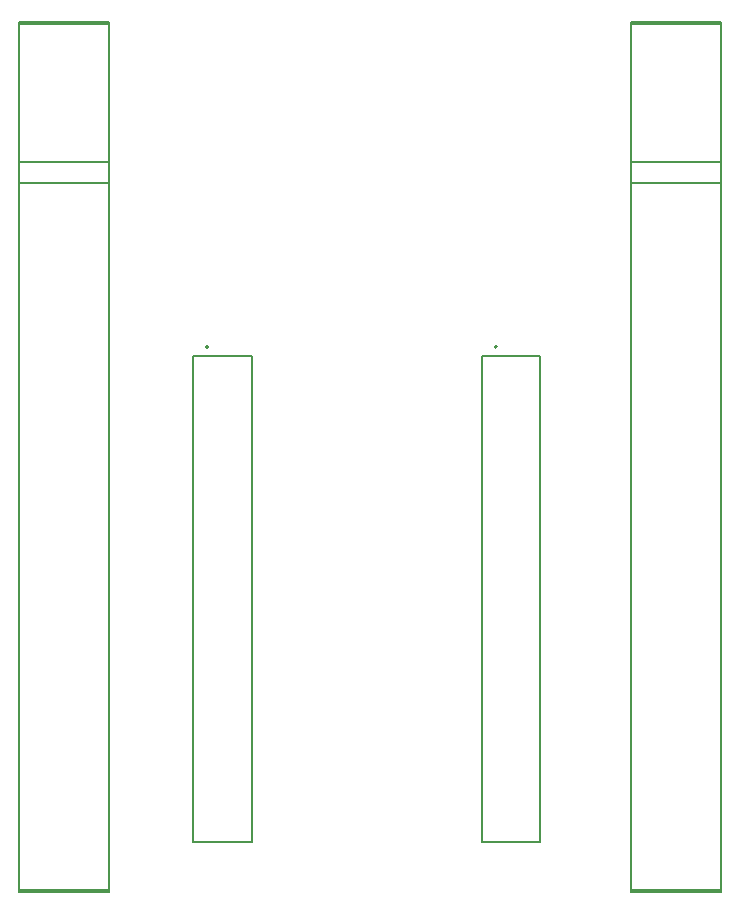
<source format=gbr>
%TF.GenerationSoftware,KiCad,Pcbnew,9.0.5*%
%TF.CreationDate,2025-12-03T10:09:39+00:00*%
%TF.ProjectId,ZX Interface,5a582049-6e74-4657-9266-6163652e6b69,3.2*%
%TF.SameCoordinates,Original*%
%TF.FileFunction,Legend,Bot*%
%TF.FilePolarity,Positive*%
%FSLAX46Y46*%
G04 Gerber Fmt 4.6, Leading zero omitted, Abs format (unit mm)*
G04 Created by KiCad (PCBNEW 9.0.5) date 2025-12-03 10:09:39*
%MOMM*%
%LPD*%
G01*
G04 APERTURE LIST*
%ADD10C,0.150000*%
%ADD11C,0.200000*%
G04 APERTURE END LIST*
D10*
X84582000Y-140081000D02*
X76962000Y-140081000D01*
X136460000Y-140081000D02*
X128840000Y-140081000D01*
X76962000Y-140081000D02*
X76962000Y-66421000D01*
X76962000Y-66421000D02*
X84582000Y-66421000D01*
X84582000Y-66421000D02*
X84582000Y-140081000D01*
X136460000Y-66421000D02*
X136460000Y-140081000D01*
X128840000Y-140081000D02*
X128840000Y-66421000D01*
X128840000Y-66421000D02*
X136460000Y-66421000D01*
%TO.C,SK1*%
X76962000Y-66599000D02*
X84582000Y-66599000D01*
X76962000Y-78243000D02*
X84582000Y-78243000D01*
X76962000Y-80021000D02*
X84582000Y-80021000D01*
X76962000Y-139903000D02*
X76962000Y-66599000D01*
X84582000Y-78243000D02*
X84582000Y-66599000D01*
X84582000Y-80161000D02*
X84582000Y-139903000D01*
X84582000Y-139903000D02*
X76962000Y-139903000D01*
%TO.C,SK2*%
X128840000Y-66599000D02*
X136460000Y-66599000D01*
X128840000Y-78243000D02*
X136460000Y-78243000D01*
X128840000Y-80021000D02*
X136460000Y-80021000D01*
X128840000Y-139903000D02*
X128840000Y-66599000D01*
X136460000Y-78243000D02*
X136460000Y-66599000D01*
X136460000Y-80161000D02*
X136460000Y-139903000D01*
X136460000Y-139903000D02*
X128840000Y-139903000D01*
D11*
%TO.C,J1*%
X91764000Y-94665000D02*
X96714000Y-94665000D01*
X91764000Y-135815000D02*
X91764000Y-94665000D01*
X96714000Y-94665000D02*
X96714000Y-135815000D01*
X96714000Y-135815000D02*
X91764000Y-135815000D01*
X93029000Y-93905000D02*
G75*
G02*
X92829000Y-93905000I-100000J0D01*
G01*
X92829000Y-93905000D02*
G75*
G02*
X93029000Y-93905000I100000J0D01*
G01*
%TO.C,J2*%
X116205000Y-94664800D02*
X121155000Y-94664800D01*
X116205000Y-135814800D02*
X116205000Y-94664800D01*
X121155000Y-94664800D02*
X121155000Y-135814800D01*
X121155000Y-135814800D02*
X116205000Y-135814800D01*
X117470000Y-93904800D02*
G75*
G02*
X117270000Y-93904800I-100000J0D01*
G01*
X117270000Y-93904800D02*
G75*
G02*
X117470000Y-93904800I100000J0D01*
G01*
%TD*%
M02*

</source>
